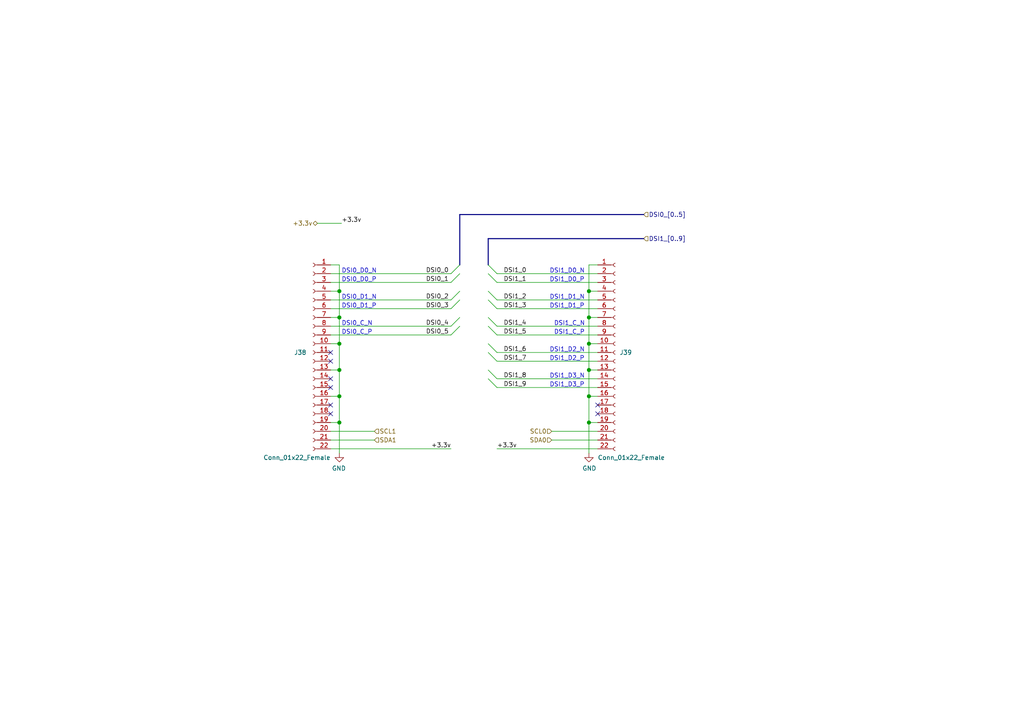
<source format=kicad_sch>
(kicad_sch (version 20210126) (generator eeschema)
  (paper "A4")
  (lib_symbols
    (symbol "Connector:Conn_01x22_Female" (pin_names (offset 1.016) hide)
      (property "Reference" "J" (at 0 27.94 0))
      (property "Value" "Conn_01x22_Female" (at 0 -30.48 0))
      (symbol "Conn_01x22_Female_1_1"
        (arc (start 0 -27.432) (end 0 -28.448) (radius (at 0 -27.94) (length 0.508) (angles 90.1 -90.1)) (stroke (width 0.1524)))
        (arc (start 0 -24.892) (end 0 -25.908) (radius (at 0 -25.4) (length 0.508) (angles 90.1 -90.1)) (stroke (width 0.1524)))
        (arc (start 0 -22.352) (end 0 -23.368) (radius (at 0 -22.86) (length 0.508) (angles 90.1 -90.1)) (stroke (width 0.1524)))
        (arc (start 0 -19.812) (end 0 -20.828) (radius (at 0 -20.32) (length 0.508) (angles 90.1 -90.1)) (stroke (width 0.1524)))
        (arc (start 0 -17.272) (end 0 -18.288) (radius (at 0 -17.78) (length 0.508) (angles 90.1 -90.1)) (stroke (width 0.1524)))
        (arc (start 0 -14.732) (end 0 -15.748) (radius (at 0 -15.24) (length 0.508) (angles 90.1 -90.1)) (stroke (width 0.1524)))
        (arc (start 0 -12.192) (end 0 -13.208) (radius (at 0 -12.7) (length 0.508) (angles 90.1 -90.1)) (stroke (width 0.1524)))
        (arc (start 0 -9.652) (end 0 -10.668) (radius (at 0 -10.16) (length 0.508) (angles 90.1 -90.1)) (stroke (width 0.1524)))
        (arc (start 0 -7.112) (end 0 -8.128) (radius (at 0 -7.62) (length 0.508) (angles 90.1 -90.1)) (stroke (width 0.1524)))
        (arc (start 0 -4.572) (end 0 -5.588) (radius (at 0 -5.08) (length 0.508) (angles 90.1 -90.1)) (stroke (width 0.1524)))
        (arc (start 0 -2.032) (end 0 -3.048) (radius (at 0 -2.54) (length 0.508) (angles 90.1 -90.1)) (stroke (width 0.1524)))
        (arc (start 0 0.508) (end 0 -0.508) (radius (at 0 0) (length 0.508) (angles 90.1 -90.1)) (stroke (width 0.1524)))
        (arc (start 0 3.048) (end 0 2.032) (radius (at 0 2.54) (length 0.508) (angles 90.1 -90.1)) (stroke (width 0.1524)))
        (arc (start 0 5.588) (end 0 4.572) (radius (at 0 5.08) (length 0.508) (angles 90.1 -90.1)) (stroke (width 0.1524)))
        (arc (start 0 8.128) (end 0 7.112) (radius (at 0 7.62) (length 0.508) (angles 90.1 -90.1)) (stroke (width 0.1524)))
        (arc (start 0 10.668) (end 0 9.652) (radius (at 0 10.16) (length 0.508) (angles 90.1 -90.1)) (stroke (width 0.1524)))
        (arc (start 0 13.208) (end 0 12.192) (radius (at 0 12.7) (length 0.508) (angles 90.1 -90.1)) (stroke (width 0.1524)))
        (arc (start 0 15.748) (end 0 14.732) (radius (at 0 15.24) (length 0.508) (angles 90.1 -90.1)) (stroke (width 0.1524)))
        (arc (start 0 18.288) (end 0 17.272) (radius (at 0 17.78) (length 0.508) (angles 90.1 -90.1)) (stroke (width 0.1524)))
        (arc (start 0 20.828) (end 0 19.812) (radius (at 0 20.32) (length 0.508) (angles 90.1 -90.1)) (stroke (width 0.1524)))
        (arc (start 0 23.368) (end 0 22.352) (radius (at 0 22.86) (length 0.508) (angles 90.1 -90.1)) (stroke (width 0.1524)))
        (arc (start 0 25.908) (end 0 24.892) (radius (at 0 25.4) (length 0.508) (angles 90.1 -90.1)) (stroke (width 0.1524)))
        (polyline (pts (xy -1.27 -27.94) (xy -0.508 -27.94)) (stroke (width 0.1524)))
        (polyline (pts (xy -1.27 -25.4) (xy -0.508 -25.4)) (stroke (width 0.1524)))
        (polyline (pts (xy -1.27 -22.86) (xy -0.508 -22.86)) (stroke (width 0.1524)))
        (polyline (pts (xy -1.27 -20.32) (xy -0.508 -20.32)) (stroke (width 0.1524)))
        (polyline (pts (xy -1.27 -17.78) (xy -0.508 -17.78)) (stroke (width 0.1524)))
        (polyline (pts (xy -1.27 -15.24) (xy -0.508 -15.24)) (stroke (width 0.1524)))
        (polyline (pts (xy -1.27 -12.7) (xy -0.508 -12.7)) (stroke (width 0.1524)))
        (polyline (pts (xy -1.27 -10.16) (xy -0.508 -10.16)) (stroke (width 0.1524)))
        (polyline (pts (xy -1.27 -7.62) (xy -0.508 -7.62)) (stroke (width 0.1524)))
        (polyline (pts (xy -1.27 -5.08) (xy -0.508 -5.08)) (stroke (width 0.1524)))
        (polyline (pts (xy -1.27 -2.54) (xy -0.508 -2.54)) (stroke (width 0.1524)))
        (polyline (pts (xy -1.27 0) (xy -0.508 0)) (stroke (width 0.1524)))
        (polyline (pts (xy -1.27 2.54) (xy -0.508 2.54)) (stroke (width 0.1524)))
        (polyline (pts (xy -1.27 5.08) (xy -0.508 5.08)) (stroke (width 0.1524)))
        (polyline (pts (xy -1.27 7.62) (xy -0.508 7.62)) (stroke (width 0.1524)))
        (polyline (pts (xy -1.27 10.16) (xy -0.508 10.16)) (stroke (width 0.1524)))
        (polyline (pts (xy -1.27 12.7) (xy -0.508 12.7)) (stroke (width 0.1524)))
        (polyline (pts (xy -1.27 15.24) (xy -0.508 15.24)) (stroke (width 0.1524)))
        (polyline (pts (xy -1.27 17.78) (xy -0.508 17.78)) (stroke (width 0.1524)))
        (polyline (pts (xy -1.27 20.32) (xy -0.508 20.32)) (stroke (width 0.1524)))
        (polyline (pts (xy -1.27 22.86) (xy -0.508 22.86)) (stroke (width 0.1524)))
        (polyline (pts (xy -1.27 25.4) (xy -0.508 25.4)) (stroke (width 0.1524)))
        (pin passive line (at -5.08 25.4 0) (length 3.81) (name "Pin_1") (number "1"))
        (pin passive line (at -5.08 2.54 0) (length 3.81) (name "Pin_10") (number "10"))
        (pin passive line (at -5.08 0 0) (length 3.81) (name "Pin_11") (number "11"))
        (pin passive line (at -5.08 -2.54 0) (length 3.81) (name "Pin_12") (number "12"))
        (pin passive line (at -5.08 -5.08 0) (length 3.81) (name "Pin_13") (number "13"))
        (pin passive line (at -5.08 -7.62 0) (length 3.81) (name "Pin_14") (number "14"))
        (pin passive line (at -5.08 -10.16 0) (length 3.81) (name "Pin_15") (number "15"))
        (pin passive line (at -5.08 -12.7 0) (length 3.81) (name "Pin_16") (number "16"))
        (pin passive line (at -5.08 -15.24 0) (length 3.81) (name "Pin_17") (number "17"))
        (pin passive line (at -5.08 -17.78 0) (length 3.81) (name "Pin_18") (number "18"))
        (pin passive line (at -5.08 -20.32 0) (length 3.81) (name "Pin_19") (number "19"))
        (pin passive line (at -5.08 22.86 0) (length 3.81) (name "Pin_2") (number "2"))
        (pin passive line (at -5.08 -22.86 0) (length 3.81) (name "Pin_20") (number "20"))
        (pin passive line (at -5.08 -25.4 0) (length 3.81) (name "Pin_21") (number "21"))
        (pin passive line (at -5.08 -27.94 0) (length 3.81) (name "Pin_22") (number "22"))
        (pin passive line (at -5.08 20.32 0) (length 3.81) (name "Pin_3") (number "3"))
        (pin passive line (at -5.08 17.78 0) (length 3.81) (name "Pin_4") (number "4"))
        (pin passive line (at -5.08 15.24 0) (length 3.81) (name "Pin_5") (number "5"))
        (pin passive line (at -5.08 12.7 0) (length 3.81) (name "Pin_6") (number "6"))
        (pin passive line (at -5.08 10.16 0) (length 3.81) (name "Pin_7") (number "7"))
        (pin passive line (at -5.08 7.62 0) (length 3.81) (name "Pin_8") (number "8"))
        (pin passive line (at -5.08 5.08 0) (length 3.81) (name "Pin_9") (number "9"))
      )
    )
    (symbol "Connector:Conn_01x22_Female_1" (pin_names (offset 1.016) hide)
      (property "Reference" "J" (at 0 27.94 0))
      (property "Value" "Conn_01x22_Female" (at 0 -30.48 0))
      (symbol "Conn_01x22_Female_1_1_1"
        (arc (start 0 -27.432) (end 0 -28.448) (radius (at 0 -27.94) (length 0.508) (angles 90.1 -90.1)) (stroke (width 0.1524)))
        (arc (start 0 -24.892) (end 0 -25.908) (radius (at 0 -25.4) (length 0.508) (angles 90.1 -90.1)) (stroke (width 0.1524)))
        (arc (start 0 -22.352) (end 0 -23.368) (radius (at 0 -22.86) (length 0.508) (angles 90.1 -90.1)) (stroke (width 0.1524)))
        (arc (start 0 -19.812) (end 0 -20.828) (radius (at 0 -20.32) (length 0.508) (angles 90.1 -90.1)) (stroke (width 0.1524)))
        (arc (start 0 -17.272) (end 0 -18.288) (radius (at 0 -17.78) (length 0.508) (angles 90.1 -90.1)) (stroke (width 0.1524)))
        (arc (start 0 -14.732) (end 0 -15.748) (radius (at 0 -15.24) (length 0.508) (angles 90.1 -90.1)) (stroke (width 0.1524)))
        (arc (start 0 -12.192) (end 0 -13.208) (radius (at 0 -12.7) (length 0.508) (angles 90.1 -90.1)) (stroke (width 0.1524)))
        (arc (start 0 -9.652) (end 0 -10.668) (radius (at 0 -10.16) (length 0.508) (angles 90.1 -90.1)) (stroke (width 0.1524)))
        (arc (start 0 -7.112) (end 0 -8.128) (radius (at 0 -7.62) (length 0.508) (angles 90.1 -90.1)) (stroke (width 0.1524)))
        (arc (start 0 -4.572) (end 0 -5.588) (radius (at 0 -5.08) (length 0.508) (angles 90.1 -90.1)) (stroke (width 0.1524)))
        (arc (start 0 -2.032) (end 0 -3.048) (radius (at 0 -2.54) (length 0.508) (angles 90.1 -90.1)) (stroke (width 0.1524)))
        (arc (start 0 0.508) (end 0 -0.508) (radius (at 0 0) (length 0.508) (angles 90.1 -90.1)) (stroke (width 0.1524)))
        (arc (start 0 3.048) (end 0 2.032) (radius (at 0 2.54) (length 0.508) (angles 90.1 -90.1)) (stroke (width 0.1524)))
        (arc (start 0 5.588) (end 0 4.572) (radius (at 0 5.08) (length 0.508) (angles 90.1 -90.1)) (stroke (width 0.1524)))
        (arc (start 0 8.128) (end 0 7.112) (radius (at 0 7.62) (length 0.508) (angles 90.1 -90.1)) (stroke (width 0.1524)))
        (arc (start 0 10.668) (end 0 9.652) (radius (at 0 10.16) (length 0.508) (angles 90.1 -90.1)) (stroke (width 0.1524)))
        (arc (start 0 13.208) (end 0 12.192) (radius (at 0 12.7) (length 0.508) (angles 90.1 -90.1)) (stroke (width 0.1524)))
        (arc (start 0 15.748) (end 0 14.732) (radius (at 0 15.24) (length 0.508) (angles 90.1 -90.1)) (stroke (width 0.1524)))
        (arc (start 0 18.288) (end 0 17.272) (radius (at 0 17.78) (length 0.508) (angles 90.1 -90.1)) (stroke (width 0.1524)))
        (arc (start 0 20.828) (end 0 19.812) (radius (at 0 20.32) (length 0.508) (angles 90.1 -90.1)) (stroke (width 0.1524)))
        (arc (start 0 23.368) (end 0 22.352) (radius (at 0 22.86) (length 0.508) (angles 90.1 -90.1)) (stroke (width 0.1524)))
        (arc (start 0 25.908) (end 0 24.892) (radius (at 0 25.4) (length 0.508) (angles 90.1 -90.1)) (stroke (width 0.1524)))
        (polyline (pts (xy -1.27 -27.94) (xy -0.508 -27.94)) (stroke (width 0.1524)))
        (polyline (pts (xy -1.27 -25.4) (xy -0.508 -25.4)) (stroke (width 0.1524)))
        (polyline (pts (xy -1.27 -22.86) (xy -0.508 -22.86)) (stroke (width 0.1524)))
        (polyline (pts (xy -1.27 -20.32) (xy -0.508 -20.32)) (stroke (width 0.1524)))
        (polyline (pts (xy -1.27 -17.78) (xy -0.508 -17.78)) (stroke (width 0.1524)))
        (polyline (pts (xy -1.27 -15.24) (xy -0.508 -15.24)) (stroke (width 0.1524)))
        (polyline (pts (xy -1.27 -12.7) (xy -0.508 -12.7)) (stroke (width 0.1524)))
        (polyline (pts (xy -1.27 -10.16) (xy -0.508 -10.16)) (stroke (width 0.1524)))
        (polyline (pts (xy -1.27 -7.62) (xy -0.508 -7.62)) (stroke (width 0.1524)))
        (polyline (pts (xy -1.27 -5.08) (xy -0.508 -5.08)) (stroke (width 0.1524)))
        (polyline (pts (xy -1.27 -2.54) (xy -0.508 -2.54)) (stroke (width 0.1524)))
        (polyline (pts (xy -1.27 0) (xy -0.508 0)) (stroke (width 0.1524)))
        (polyline (pts (xy -1.27 2.54) (xy -0.508 2.54)) (stroke (width 0.1524)))
        (polyline (pts (xy -1.27 5.08) (xy -0.508 5.08)) (stroke (width 0.1524)))
        (polyline (pts (xy -1.27 7.62) (xy -0.508 7.62)) (stroke (width 0.1524)))
        (polyline (pts (xy -1.27 10.16) (xy -0.508 10.16)) (stroke (width 0.1524)))
        (polyline (pts (xy -1.27 12.7) (xy -0.508 12.7)) (stroke (width 0.1524)))
        (polyline (pts (xy -1.27 15.24) (xy -0.508 15.24)) (stroke (width 0.1524)))
        (polyline (pts (xy -1.27 17.78) (xy -0.508 17.78)) (stroke (width 0.1524)))
        (polyline (pts (xy -1.27 20.32) (xy -0.508 20.32)) (stroke (width 0.1524)))
        (polyline (pts (xy -1.27 22.86) (xy -0.508 22.86)) (stroke (width 0.1524)))
        (polyline (pts (xy -1.27 25.4) (xy -0.508 25.4)) (stroke (width 0.1524)))
        (pin passive line (at -5.08 25.4 0) (length 3.81) (name "Pin_1") (number "1"))
        (pin passive line (at -5.08 2.54 0) (length 3.81) (name "Pin_10") (number "10"))
        (pin passive line (at -5.08 0 0) (length 3.81) (name "Pin_11") (number "11"))
        (pin passive line (at -5.08 -2.54 0) (length 3.81) (name "Pin_12") (number "12"))
        (pin passive line (at -5.08 -5.08 0) (length 3.81) (name "Pin_13") (number "13"))
        (pin passive line (at -5.08 -7.62 0) (length 3.81) (name "Pin_14") (number "14"))
        (pin passive line (at -5.08 -10.16 0) (length 3.81) (name "Pin_15") (number "15"))
        (pin passive line (at -5.08 -12.7 0) (length 3.81) (name "Pin_16") (number "16"))
        (pin passive line (at -5.08 -15.24 0) (length 3.81) (name "Pin_17") (number "17"))
        (pin passive line (at -5.08 -17.78 0) (length 3.81) (name "Pin_18") (number "18"))
        (pin passive line (at -5.08 -20.32 0) (length 3.81) (name "Pin_19") (number "19"))
        (pin passive line (at -5.08 22.86 0) (length 3.81) (name "Pin_2") (number "2"))
        (pin passive line (at -5.08 -22.86 0) (length 3.81) (name "Pin_20") (number "20"))
        (pin passive line (at -5.08 -25.4 0) (length 3.81) (name "Pin_21") (number "21"))
        (pin passive line (at -5.08 -27.94 0) (length 3.81) (name "Pin_22") (number "22"))
        (pin passive line (at -5.08 20.32 0) (length 3.81) (name "Pin_3") (number "3"))
        (pin passive line (at -5.08 17.78 0) (length 3.81) (name "Pin_4") (number "4"))
        (pin passive line (at -5.08 15.24 0) (length 3.81) (name "Pin_5") (number "5"))
        (pin passive line (at -5.08 12.7 0) (length 3.81) (name "Pin_6") (number "6"))
        (pin passive line (at -5.08 10.16 0) (length 3.81) (name "Pin_7") (number "7"))
        (pin passive line (at -5.08 7.62 0) (length 3.81) (name "Pin_8") (number "8"))
        (pin passive line (at -5.08 5.08 0) (length 3.81) (name "Pin_9") (number "9"))
      )
    )
    (symbol "power:GND" (power) (pin_names (offset 0))
      (property "Value" "GND" (at 0 -3.81 0))
      (symbol "GND_0_1"
        (polyline (pts (xy 0 0) (xy 0 -1.27) (xy 1.27 -1.27) (xy 0 -2.54) (xy -1.27 -1.27) (xy 0 -1.27)))
      )
      (symbol "GND_1_1"
        (pin power_in line (at 0 0 270) (length 0) hide (name "GND") (number "1"))
      )
    )
  )
  (junction (at 98.425 84.455) (diameter 1.016))
  (junction (at 98.425 92.075) (diameter 1.016))
  (junction (at 98.425 99.695) (diameter 1.016))
  (junction (at 98.425 107.315) (diameter 1.016))
  (junction (at 98.425 114.935) (diameter 1.016))
  (junction (at 98.425 122.555) (diameter 1.016))
  (junction (at 170.815 84.455) (diameter 1.016))
  (junction (at 170.815 92.075) (diameter 1.016))
  (junction (at 170.815 99.695) (diameter 1.016))
  (junction (at 170.815 107.315) (diameter 1.016))
  (junction (at 170.815 114.935) (diameter 1.016))
  (junction (at 170.815 122.555) (diameter 1.016))
  (no_connect (at 95.885 102.235))
  (no_connect (at 95.885 104.775))
  (no_connect (at 95.885 109.855))
  (no_connect (at 95.885 112.395))
  (no_connect (at 95.885 117.475))
  (no_connect (at 95.885 120.015))
  (no_connect (at 173.355 117.475))
  (no_connect (at 173.355 120.015))
  (bus_entry (at 133.35 76.835) (size -2.54 2.54) (stroke (width 0.1524)))
  (bus_entry (at 133.35 79.375) (size -2.54 2.54) (stroke (width 0.1524)))
  (bus_entry (at 133.35 84.455) (size -2.54 2.54) (stroke (width 0.1524)))
  (bus_entry (at 133.35 86.995) (size -2.54 2.54) (stroke (width 0.1524)))
  (bus_entry (at 133.35 92.075) (size -2.54 2.54) (stroke (width 0.1524)))
  (bus_entry (at 133.35 94.615) (size -2.54 2.54) (stroke (width 0.1524)))
  (bus_entry (at 141.605 76.835) (size 2.54 2.54) (stroke (width 0.1524)))
  (bus_entry (at 141.605 79.375) (size 2.54 2.54) (stroke (width 0.1524)))
  (bus_entry (at 141.605 84.455) (size 2.54 2.54) (stroke (width 0.1524)))
  (bus_entry (at 141.605 86.995) (size 2.54 2.54) (stroke (width 0.1524)))
  (bus_entry (at 141.605 92.075) (size 2.54 2.54) (stroke (width 0.1524)))
  (bus_entry (at 141.605 94.615) (size 2.54 2.54) (stroke (width 0.1524)))
  (bus_entry (at 141.605 99.695) (size 2.54 2.54) (stroke (width 0.1524)))
  (bus_entry (at 141.605 102.235) (size 2.54 2.54) (stroke (width 0.1524)))
  (bus_entry (at 141.605 107.315) (size 2.54 2.54) (stroke (width 0.1524)))
  (bus_entry (at 141.605 109.855) (size 2.54 2.54) (stroke (width 0.1524)))
  (wire (pts (xy 92.075 64.77) (xy 99.06 64.77)))
  (wire (pts (xy 95.885 76.835) (xy 98.425 76.835)))
  (wire (pts (xy 95.885 125.095) (xy 108.585 125.095)))
  (wire (pts (xy 95.885 127.635) (xy 108.585 127.635)))
  (wire (pts (xy 95.885 130.175) (xy 130.81 130.175)))
  (wire (pts (xy 98.425 76.835) (xy 98.425 84.455)))
  (wire (pts (xy 98.425 84.455) (xy 95.885 84.455)))
  (wire (pts (xy 98.425 84.455) (xy 98.425 92.075)))
  (wire (pts (xy 98.425 92.075) (xy 95.885 92.075)))
  (wire (pts (xy 98.425 92.075) (xy 98.425 99.695)))
  (wire (pts (xy 98.425 99.695) (xy 95.885 99.695)))
  (wire (pts (xy 98.425 99.695) (xy 98.425 107.315)))
  (wire (pts (xy 98.425 107.315) (xy 95.885 107.315)))
  (wire (pts (xy 98.425 107.315) (xy 98.425 114.935)))
  (wire (pts (xy 98.425 114.935) (xy 95.885 114.935)))
  (wire (pts (xy 98.425 114.935) (xy 98.425 122.555)))
  (wire (pts (xy 98.425 122.555) (xy 95.885 122.555)))
  (wire (pts (xy 98.425 122.555) (xy 98.425 131.445)))
  (wire (pts (xy 130.81 79.375) (xy 95.885 79.375)))
  (wire (pts (xy 130.81 81.915) (xy 95.885 81.915)))
  (wire (pts (xy 130.81 86.995) (xy 95.885 86.995)))
  (wire (pts (xy 130.81 89.535) (xy 95.885 89.535)))
  (wire (pts (xy 130.81 94.615) (xy 95.885 94.615)))
  (wire (pts (xy 130.81 97.155) (xy 95.885 97.155)))
  (wire (pts (xy 144.145 79.375) (xy 173.355 79.375)))
  (wire (pts (xy 144.145 81.915) (xy 173.355 81.915)))
  (wire (pts (xy 144.145 86.995) (xy 173.355 86.995)))
  (wire (pts (xy 144.145 89.535) (xy 173.355 89.535)))
  (wire (pts (xy 144.145 94.615) (xy 173.355 94.615)))
  (wire (pts (xy 144.145 97.155) (xy 173.355 97.155)))
  (wire (pts (xy 144.145 102.235) (xy 173.355 102.235)))
  (wire (pts (xy 144.145 104.775) (xy 173.355 104.775)))
  (wire (pts (xy 144.145 109.855) (xy 173.355 109.855)))
  (wire (pts (xy 144.145 112.395) (xy 173.355 112.395)))
  (wire (pts (xy 170.815 76.835) (xy 170.815 84.455)))
  (wire (pts (xy 170.815 84.455) (xy 170.815 92.075)))
  (wire (pts (xy 170.815 84.455) (xy 173.355 84.455)))
  (wire (pts (xy 170.815 92.075) (xy 170.815 99.695)))
  (wire (pts (xy 170.815 92.075) (xy 173.355 92.075)))
  (wire (pts (xy 170.815 99.695) (xy 170.815 107.315)))
  (wire (pts (xy 170.815 99.695) (xy 173.355 99.695)))
  (wire (pts (xy 170.815 107.315) (xy 170.815 114.935)))
  (wire (pts (xy 170.815 107.315) (xy 173.355 107.315)))
  (wire (pts (xy 170.815 114.935) (xy 170.815 122.555)))
  (wire (pts (xy 170.815 114.935) (xy 173.355 114.935)))
  (wire (pts (xy 170.815 122.555) (xy 170.815 131.445)))
  (wire (pts (xy 170.815 122.555) (xy 173.355 122.555)))
  (wire (pts (xy 173.355 76.835) (xy 170.815 76.835)))
  (wire (pts (xy 173.355 125.095) (xy 160.02 125.095)))
  (wire (pts (xy 173.355 127.635) (xy 160.02 127.635)))
  (wire (pts (xy 173.355 130.175) (xy 144.145 130.175)))
  (bus (pts (xy 133.35 62.23) (xy 133.35 94.615)))
  (bus (pts (xy 133.35 62.23) (xy 186.69 62.23)))
  (bus (pts (xy 141.605 69.215) (xy 141.605 109.22)))
  (bus (pts (xy 141.605 69.215) (xy 186.69 69.215)))
  (text "DSI0_D0_N" (at 99.06 79.375 0) (effects (font (size 1.27 1.27)) (justify left bottom)))
  (text "DSI0_D0_P" (at 99.06 81.915 0) (effects (font (size 1.27 1.27)) (justify left bottom)))
  (text "DSI0_D1_N" (at 99.06 86.995 0) (effects (font (size 1.27 1.27)) (justify left bottom)))
  (text "DSI0_D1_P" (at 99.06 89.535 0) (effects (font (size 1.27 1.27)) (justify left bottom)))
  (text "DSI0_C_N" (at 99.06 94.615 0) (effects (font (size 1.27 1.27)) (justify left bottom)))
  (text "DSI0_C_P" (at 99.06 97.155 0) (effects (font (size 1.27 1.27)) (justify left bottom)))
  (text "DSI1_D0_N" (at 159.385 79.375 0) (effects (font (size 1.27 1.27)) (justify left bottom)))
  (text "DSI1_D0_P" (at 159.385 81.915 0) (effects (font (size 1.27 1.27)) (justify left bottom)))
  (text "DSI1_D1_N" (at 159.385 86.995 0) (effects (font (size 1.27 1.27)) (justify left bottom)))
  (text "DSI1_D1_P" (at 159.385 89.535 0) (effects (font (size 1.27 1.27)) (justify left bottom)))
  (text "DSI1_D2_N" (at 159.385 102.235 0) (effects (font (size 1.27 1.27)) (justify left bottom)))
  (text "DSI1_D2_P" (at 159.385 104.775 0) (effects (font (size 1.27 1.27)) (justify left bottom)))
  (text "DSI1_D3_N" (at 159.385 109.855 0) (effects (font (size 1.27 1.27)) (justify left bottom)))
  (text "DSI1_D3_P" (at 159.385 112.395 0) (effects (font (size 1.27 1.27)) (justify left bottom)))
  (text "DSI1_C_N" (at 160.655 94.615 0) (effects (font (size 1.27 1.27)) (justify left bottom)))
  (text "DSI1_C_P" (at 160.655 97.155 0) (effects (font (size 1.27 1.27)) (justify left bottom)))
  (label "+3.3v" (at 99.06 64.77 0))
  (label "DSI0_0" (at 130.175 79.375 180))
  (label "DSI0_1" (at 130.175 81.915 180))
  (label "DSI0_2" (at 130.175 86.995 180))
  (label "DSI0_3" (at 130.175 89.535 180))
  (label "DSI0_4" (at 130.175 94.615 180))
  (label "DSI0_5" (at 130.175 97.155 180))
  (label "+3.3v" (at 130.81 130.175 180))
  (label "+3.3v" (at 144.145 130.175 0))
  (label "DSI1_0" (at 146.05 79.375 0))
  (label "DSI1_1" (at 146.05 81.915 0))
  (label "DSI1_2" (at 146.05 86.995 0))
  (label "DSI1_3" (at 146.05 89.535 0))
  (label "DSI1_4" (at 146.05 94.615 0))
  (label "DSI1_5" (at 146.05 97.155 0))
  (label "DSI1_6" (at 146.05 102.235 0))
  (label "DSI1_7" (at 146.05 104.775 0))
  (label "DSI1_8" (at 146.05 109.855 0))
  (label "DSI1_9" (at 146.05 112.395 0))
  (hierarchical_label "+3.3v" (shape bidirectional) (at 92.075 64.77 180))
  (hierarchical_label "SCL1" (shape input) (at 108.585 125.095 0))
  (hierarchical_label "SDA1" (shape input) (at 108.585 127.635 0))
  (hierarchical_label "SCL0" (shape input) (at 160.02 125.095 180))
  (hierarchical_label "SDA0" (shape input) (at 160.02 127.635 180))
  (hierarchical_label "DSI0_[0..5]" (shape input) (at 186.69 62.23 0))
  (hierarchical_label "DSI1_[0..9]" (shape input) (at 186.69 69.215 0))
  (symbol (lib_id "power:GND") (at 98.425 131.445 0) (mirror y) (unit 1)
    (property "Reference" "#PWR0117" (effects hide))
    (property "Value" "GND" (at 98.298 135.8392 0))
  )
  (symbol (lib_id "power:GND") (at 170.815 131.445 0) (unit 1)
    (property "Reference" "#PWR0118" (effects hide))
    (property "Value" "GND" (at 170.942 135.8392 0))
  )
  (symbol (lib_name "Connector:Conn_01x22_Female_1") (lib_id "Connector:Conn_01x22_Female") (at 90.805 102.235 0) (mirror y) (unit 1)
    (property "Reference" "J38" (at 88.9 102.235 0) (effects (justify left)))
    (property "Value" "Conn_01x22_Female" (at 95.885 132.715 0) (effects (justify left)))
    (property "Footprint" "Connector_FFC-FPC:Hirose_FH12-22S-0.5SH_1x22-1MP_P0.50mm_Horizontal" (effects hide))
    (property "Field4" "Mouser" (effects hide))
    (property "Field5" "798-FH12-22S-0.5SH55" (effects hide))
    (property "Field6" "FH12-22S-0.5SH55" (effects hide))
    (property "Field7" "Hirose" (effects hide))
    (property "Part Description" "22 Position FFC, FPC Connector Contacts, Bottom 0.020\" (0.50mm) Surface Mount, Right Angle" (effects hide))
  )
  (symbol (lib_id "Connector:Conn_01x22_Female") (at 178.435 102.235 0) (unit 1)
    (property "Reference" "J39" (at 179.705 102.235 0) (effects (justify left)))
    (property "Value" "Conn_01x22_Female" (at 173.355 132.715 0) (effects (justify left)))
    (property "Footprint" "Connector_FFC-FPC:Hirose_FH12-22S-0.5SH_1x22-1MP_P0.50mm_Horizontal" (effects hide))
    (property "Field4" "Mouser" (effects hide))
    (property "Field5" "798-FH12-22S-0.5SH55" (effects hide))
    (property "Field6" "FH12-22S-0.5SH55" (effects hide))
    (property "Field7" "Hirose" (effects hide))
    (property "Part Description" "22 Position FFC, FPC Connector Contacts, Bottom 0.020\" (0.50mm) Surface Mount, Right Angle" (effects hide))
  )
)
</source>
